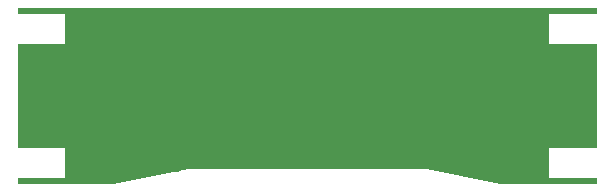
<source format=gbr>
%TF.GenerationSoftware,KiCad,Pcbnew,8.0.7-rc1-202412020537~5dd4718db0~ubuntu22.04.1*%
%TF.CreationDate,2025-02-21T12:43:02+01:00*%
%TF.ProjectId,si-simulation-test-board,44494646-5f50-44e2-9e6b-696361645f70,1.0.1*%
%TF.SameCoordinates,Original*%
%TF.FileFunction,Copper,L2,Inr*%
%TF.FilePolarity,Positive*%
%FSLAX46Y46*%
G04 Gerber Fmt 4.6, Leading zero omitted, Abs format (unit mm)*
G04 Created by KiCad (PCBNEW 8.0.7-rc1-202412020537~5dd4718db0~ubuntu22.04.1) date 2025-02-21 12:43:02*
%MOMM*%
%LPD*%
G01*
G04 APERTURE LIST*
%TA.AperFunction,ViaPad*%
%ADD10C,0.550000*%
%TD*%
G04 APERTURE END LIST*
D10*
%TO.N,GND*%
X140200000Y-114350000D03*
X121960000Y-117215000D03*
X108000000Y-117815000D03*
X126560000Y-117215000D03*
X118500000Y-117215000D03*
X127600000Y-117215000D03*
X140200000Y-108900000D03*
X141725000Y-114375000D03*
X129973654Y-117788654D03*
X115160000Y-117215000D03*
X119660000Y-117215000D03*
X123100000Y-117215000D03*
X114000000Y-117215000D03*
X98100000Y-114368973D03*
X132381000Y-106768000D03*
X116300000Y-117215000D03*
X125400000Y-117215000D03*
X120616000Y-105327000D03*
X124260000Y-117215000D03*
X112860000Y-117215000D03*
X98100000Y-108975000D03*
X120621000Y-106658000D03*
X117460000Y-117215000D03*
X96325000Y-108975000D03*
X110560000Y-117215000D03*
X96325000Y-114368973D03*
X109400000Y-117215000D03*
X128760000Y-117215000D03*
X141725000Y-108925000D03*
X120800000Y-117215000D03*
X111700000Y-117215000D03*
%TD*%
%TA.AperFunction,Conductor*%
%TO.N,GND*%
G36*
X143503326Y-104214174D02*
G01*
X143525000Y-104266500D01*
X143525000Y-104676000D01*
X143503326Y-104728326D01*
X143451000Y-104750000D01*
X139479500Y-104750000D01*
X139479500Y-107240001D01*
X143451000Y-107240000D01*
X143503326Y-107261674D01*
X143525000Y-107314000D01*
X143525000Y-116026000D01*
X143503326Y-116078326D01*
X143451000Y-116100000D01*
X139479500Y-116100000D01*
X139479500Y-118590001D01*
X143451000Y-118590000D01*
X143503326Y-118611674D01*
X143525000Y-118664000D01*
X143525000Y-119062473D01*
X143503326Y-119114799D01*
X143451000Y-119136473D01*
X135307797Y-119136473D01*
X135292371Y-119134847D01*
X129100007Y-117815001D01*
X129100002Y-117815000D01*
X129100000Y-117815000D01*
X108900000Y-117815000D01*
X108899999Y-117815000D01*
X102607513Y-119134897D01*
X102592322Y-119136473D01*
X94574000Y-119136473D01*
X94521674Y-119114799D01*
X94500000Y-119062473D01*
X94500000Y-118657973D01*
X94521674Y-118605647D01*
X94573997Y-118583973D01*
X98500000Y-118583973D01*
X98500000Y-116093973D01*
X94574000Y-116093973D01*
X94521674Y-116072299D01*
X94500000Y-116019973D01*
X94500000Y-107314000D01*
X94521674Y-107261674D01*
X94573997Y-107240000D01*
X98500000Y-107240000D01*
X98500000Y-104750000D01*
X94574000Y-104750000D01*
X94521674Y-104728326D01*
X94500000Y-104676000D01*
X94500000Y-104266500D01*
X94521674Y-104214174D01*
X94574000Y-104192500D01*
X143451000Y-104192500D01*
X143503326Y-104214174D01*
G37*
%TD.AperFunction*%
%TD*%
M02*

</source>
